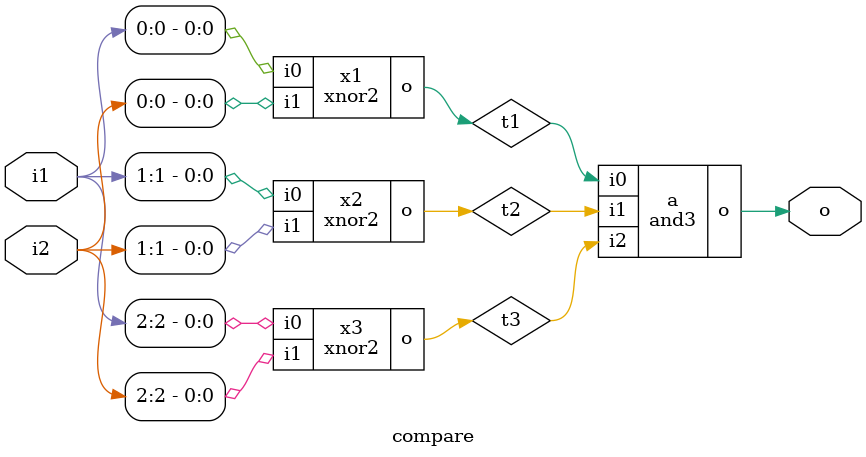
<source format=v>
module invert (input wire i, output wire o);
   assign o = !i;
endmodule

module and2 (input wire i0, i1, output wire o);
  assign o = i0 & i1;
endmodule

module or2 (input wire i0, i1, output wire o);
  assign o = i0 | i1;
endmodule

module xor2 (input wire i0, i1, output wire o);
  assign o = i0 ^ i1;
endmodule

module nand2 (input wire i0, i1, output wire o);
   wire t;
   and2 and2_0 (i0, i1, t);
   invert invert_0 (t, o);
endmodule

module nor2 (input wire i0, i1, output wire o);
   wire t;
   or2 or2_0 (i0, i1, t);
   invert invert_0 (t, o);
endmodule

module xnor2 (input wire i0, i1, output wire o);
   wire t;
   xor2 xor2_0 (i0, i1, t);
   invert invert_0 (t, o);
endmodule

module and3 (input wire i0, i1, i2, output wire o);
   wire t;
   and2 and2_0 (i0, i1, t);
   and2 and2_1 (i2, t, o);
endmodule

module or3 (input wire i0, i1, i2, output wire o);
   wire t;
   or2 or2_0 (i0, i1, t);
   or2 or2_1 (i2, t, o);
endmodule

module nor3 (input wire i0, i1, i2, output wire o);
   wire t;
   or2 or2_0 (i0, i1, t);
   nor2 nor2_0 (i2, t, o);
endmodule

module nand3 (input wire i0, i1, i2, output wire o);
   wire t;
   and2 and2_0 (i0, i1, t);
   nand2 nand2_1 (i2, t, o);
endmodule

module xor3 (input wire i0, i1, i2, output wire o);
   wire t;
   xor2 xor2_0 (i0, i1, t);
   xor2 xor2_1 (i2, t, o);
endmodule

module xnor3 (input wire i0, i1, i2, output wire o);
   wire t;
   xor2 xor2_0 (i0, i1, t);
   xnor2 xnor2_0 (i2, t, o);
endmodule

module mux2 (input wire i0, i1, j, output wire o);
  assign o = (j==0)?i0:i1;
endmodule

module mux4 (input wire [0:3] i, input wire j1, j0, output wire o);
  wire  t0, t1;
  mux2 mux2_0 (i[0], i[1], j1, t0);
  mux2 mux2_1 (i[2], i[3], j1, t1);
  mux2 mux2_2 (t0, t1, j0, o);
endmodule

module mux8 (input wire [0:7] i, input wire j2, j1, j0, output wire o);
  wire  t0, t1;
  mux4 mux4_0 (i[0:3], j2, j1, t0);
  mux4 mux4_1 (i[4:7], j2, j1, t1);
  mux2 mux2_0 (t0, t1, j0, o);
endmodule

module demux2 (input wire i, j, output wire o0, o1);
  assign o0 = (j==0)?i:1'b0;
  assign o1 = (j==1)?i:1'b0;
endmodule

module demux4 (input wire i, j1, j0, output wire [0:3] o);
  wire  t0, t1;
  demux2 demux2_0 (i, j1, t0, t1);
  demux2 demux2_1 (t0, j0, o[0], o[1]);
  demux2 demux2_2 (t1, j0, o[2], o[3]);
endmodule

module demux8 (input wire i, j2, j1, j0, output wire [0:7] o);
  wire  t0, t1;
  demux2 demux2_0 (i, j2, t0, t1);
  demux4 demux4_0 (t0, j1, j0, o[0:3]);
  demux4 demux4_1 (t1, j1, j0, o[4:7]);
endmodule

module df (input wire clk, in, output wire out);
  reg df_out;
  always@(posedge clk) df_out <= in;
  assign out = df_out;
endmodule

module dfr (input wire clk, reset, in, output wire out);
  wire reset_, df_in;
  invert invert_0 (reset, reset_);
  and2 and2_0 (in, reset_, df_in);
  df df_0 (clk, df_in, out);
endmodule

module dfrl (input wire clk, reset, load, in, output wire out);
  wire _in;
  mux2 mux2_0(out, in, load, _in);
  dfr dfr_1(clk, reset, _in, out);
endmodule

module dfs (input wire clk, set, in, output wire out);
  wire dfr_in,dfr_out;
  invert invert_0(in, dfr_in);
  invert invert_1(dfr_out, out);
  dfr dfr_2(clk, set, dfr_in, dfr_out);
endmodule

module dfsl (input wire clk, set, load, in, output wire out);
  wire _in;
  mux2 mux2_0(out, in, load, _in);
  dfs dfs_1(clk, set, _in, out);
endmodule

module fa (input wire i0, i1, cin, output wire sum, cout);
   wire t0, t1, t2;
   xor3 _i0 (i0, i1, cin, sum);
   and2 _i1 (i0, i1, t0);
   and2 _i2 (i1, cin, t1);
   and2 _i3 (cin, i0, t2);
   or3 _i4 (t0, t1, t2, cout);
endmodule

module addsub (input wire addsub, i0, i1, cin, output wire sumdiff, cout);
  wire t;
  fa _i0 (i0, t, cin, sumdiff, cout);
  xor2 _i1 (i1, addsub, t);
endmodule

module threeBit21Mux (input wire [2:0] a, b, input wire select, output wire [2:0] o);
  mux2 m0(a[0],b[0],select,o[0]);
  mux2 m1(a[1],b[1],select,o[1]);
  mux2 m2(a[2],b[2],select,o[2]);
endmodule

module compare(input wire [2:0]i1,i2,output wire o);
	wire t1, t2, t3, t4;
	xnor2 x1(i1[0],i2[0],t1);
	xnor2 x2(i1[1],i2[1],t2);
	xnor2 x3(i1[2],i2[2],t3);
	and3 a(t1,t2,t3,o);
endmodule

</source>
